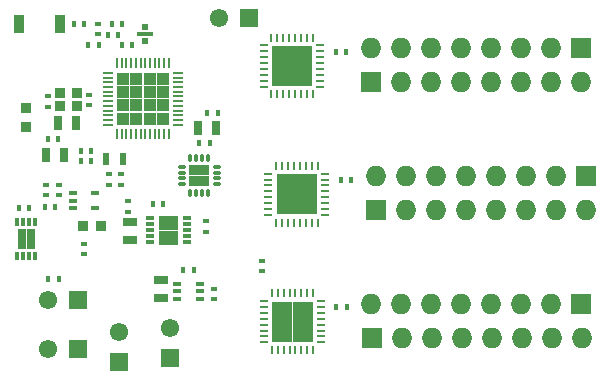
<source format=gts>
G04 #@! TF.FileFunction,Soldermask,Top*
%FSLAX46Y46*%
G04 Gerber Fmt 4.6, Leading zero omitted, Abs format (unit mm)*
G04 Created by KiCad (PCBNEW 4.0.6) date 06/26/18 11:49:26*
%MOMM*%
%LPD*%
G01*
G04 APERTURE LIST*
%ADD10C,0.150000*%
%ADD11R,0.629440X0.428780*%
%ADD12R,1.554000X1.554000*%
%ADD13C,1.554000*%
%ADD14R,1.730000X1.730000*%
%ADD15O,1.730000X1.730000*%
%ADD16R,0.428780X0.629440*%
%ADD17R,0.280000X0.730000*%
%ADD18R,0.730000X0.280000*%
%ADD19R,1.755000X1.755000*%
%ADD20R,0.680000X0.430000*%
%ADD21R,0.830000X0.830000*%
%ADD22R,0.630000X1.130000*%
%ADD23R,1.173000X0.665000*%
%ADD24R,0.730000X0.330000*%
%ADD25R,0.630000X0.630000*%
%ADD26R,0.665000X1.173000*%
%ADD27R,0.930000X0.830000*%
%ADD28R,0.830000X1.630000*%
%ADD29R,0.230000X0.830000*%
%ADD30R,0.830000X0.230000*%
%ADD31R,1.142500X1.142500*%
%ADD32R,0.680000X0.330000*%
%ADD33R,0.805000X1.270000*%
%ADD34O,0.330000X0.780000*%
%ADD35O,0.780000X0.330000*%
%ADD36R,0.930000X0.930000*%
%ADD37R,0.330000X0.780000*%
%ADD38R,0.755000X0.905000*%
G04 APERTURE END LIST*
D10*
D11*
X287870000Y-148599580D03*
X287870000Y-147700420D03*
D12*
X272310000Y-151070000D03*
D13*
X269770000Y-151070000D03*
D12*
X280070000Y-155920000D03*
D13*
X280070000Y-153380000D03*
D14*
X315300000Y-140550000D03*
D15*
X312760000Y-140550000D03*
X310220000Y-140550000D03*
X307680000Y-140550000D03*
X305140000Y-140550000D03*
X302600000Y-140550000D03*
X300060000Y-140550000D03*
X297520000Y-140550000D03*
D16*
X294540420Y-140870000D03*
X295439580Y-140870000D03*
D14*
X297540000Y-143440000D03*
D15*
X300080000Y-143440000D03*
X302620000Y-143440000D03*
X305160000Y-143440000D03*
X307700000Y-143440000D03*
X310240000Y-143440000D03*
X312780000Y-143440000D03*
X315320000Y-143440000D03*
D17*
X292580000Y-139680000D03*
X292080000Y-139680000D03*
X291580000Y-139680000D03*
X291080000Y-139680000D03*
X290580000Y-139680000D03*
X290080000Y-139680000D03*
X289580000Y-139680000D03*
X289080000Y-139680000D03*
D18*
X288430000Y-140330000D03*
X288430000Y-140830000D03*
X288430000Y-141330000D03*
X288430000Y-141830000D03*
X288430000Y-142330000D03*
X288430000Y-142830000D03*
X288430000Y-143330000D03*
X288430000Y-143830000D03*
D17*
X289080000Y-144480000D03*
X289580000Y-144480000D03*
X290080000Y-144480000D03*
X290580000Y-144480000D03*
X291080000Y-144480000D03*
X291580000Y-144480000D03*
X292080000Y-144480000D03*
X292580000Y-144480000D03*
D18*
X293230000Y-143830000D03*
X293230000Y-143330000D03*
X293230000Y-142830000D03*
X293230000Y-142330000D03*
X293230000Y-141830000D03*
X293230000Y-141330000D03*
X293230000Y-140830000D03*
X293230000Y-140330000D03*
D19*
X289967500Y-142942500D03*
X291692500Y-142942500D03*
X289967500Y-141217500D03*
X291692500Y-141217500D03*
D17*
X292210000Y-150470000D03*
X291710000Y-150470000D03*
X291210000Y-150470000D03*
X290710000Y-150470000D03*
X290210000Y-150470000D03*
X289710000Y-150470000D03*
X289210000Y-150470000D03*
X288710000Y-150470000D03*
D18*
X288060000Y-151120000D03*
X288060000Y-151620000D03*
X288060000Y-152120000D03*
X288060000Y-152620000D03*
X288060000Y-153120000D03*
X288060000Y-153620000D03*
X288060000Y-154120000D03*
X288060000Y-154620000D03*
D17*
X288710000Y-155270000D03*
X289210000Y-155270000D03*
X289710000Y-155270000D03*
X290210000Y-155270000D03*
X290710000Y-155270000D03*
X291210000Y-155270000D03*
X291710000Y-155270000D03*
X292210000Y-155270000D03*
D18*
X292860000Y-154620000D03*
X292860000Y-154120000D03*
X292860000Y-153620000D03*
X292860000Y-153120000D03*
X292860000Y-152620000D03*
X292860000Y-152120000D03*
X292860000Y-151620000D03*
X292860000Y-151120000D03*
D19*
X289597500Y-153732500D03*
X291322500Y-153732500D03*
X289597500Y-152007500D03*
X291322500Y-152007500D03*
D14*
X297170000Y-154230000D03*
D15*
X299710000Y-154230000D03*
X302250000Y-154230000D03*
X304790000Y-154230000D03*
X307330000Y-154230000D03*
X309870000Y-154230000D03*
X312410000Y-154230000D03*
X314950000Y-154230000D03*
D16*
X294170420Y-151660000D03*
X295069580Y-151660000D03*
D14*
X314930000Y-151340000D03*
D15*
X312390000Y-151340000D03*
X309850000Y-151340000D03*
X307310000Y-151340000D03*
X304770000Y-151340000D03*
X302230000Y-151340000D03*
X299690000Y-151340000D03*
X297150000Y-151340000D03*
D20*
X282590000Y-150960000D03*
X282590000Y-149660000D03*
X280690000Y-150310000D03*
X282590000Y-150310000D03*
X280690000Y-149660000D03*
X280690000Y-150960000D03*
D16*
X283449580Y-137720000D03*
X282550420Y-137720000D03*
X283240420Y-135170000D03*
X284139580Y-135170000D03*
D14*
X314880000Y-129690000D03*
D15*
X312340000Y-129690000D03*
X309800000Y-129690000D03*
X307260000Y-129690000D03*
X304720000Y-129690000D03*
X302180000Y-129690000D03*
X299640000Y-129690000D03*
X297100000Y-129690000D03*
D16*
X294120420Y-130010000D03*
X295019580Y-130010000D03*
D12*
X275750000Y-156260000D03*
D13*
X275750000Y-153720000D03*
D16*
X268169580Y-143270000D03*
X267270420Y-143270000D03*
D21*
X274285000Y-144800000D03*
X272685000Y-144800000D03*
D12*
X286770000Y-127175000D03*
D13*
X284230000Y-127175000D03*
D11*
X272840000Y-146255420D03*
X272840000Y-147154580D03*
D16*
X269790420Y-149260000D03*
X270689580Y-149260000D03*
D22*
X276075000Y-139125000D03*
X274675000Y-139125000D03*
D11*
X269575000Y-142169580D03*
X269575000Y-141270420D03*
D16*
X270374580Y-143170000D03*
X269475420Y-143170000D03*
D11*
X276530000Y-143539580D03*
X276530000Y-142640420D03*
X270675000Y-141270420D03*
X270675000Y-142169580D03*
D23*
X276690000Y-145992000D03*
X276690000Y-144468000D03*
D11*
X283140000Y-144380420D03*
X283140000Y-145279580D03*
D16*
X272525420Y-138375000D03*
X273424580Y-138375000D03*
D24*
X278326500Y-128500000D03*
D25*
X278000000Y-129112500D03*
X278000000Y-127887500D03*
D24*
X277637500Y-128500000D03*
D16*
X275729580Y-128620000D03*
X274830420Y-128620000D03*
X273150420Y-129450000D03*
X274049580Y-129450000D03*
D23*
X279290000Y-149338000D03*
X279290000Y-150862000D03*
D16*
X281210420Y-148510000D03*
X282109580Y-148510000D03*
D11*
X283830000Y-150969580D03*
X283830000Y-150070420D03*
D16*
X278610420Y-142930000D03*
X279509580Y-142930000D03*
D21*
X267925000Y-136400000D03*
X267925000Y-134800000D03*
D12*
X272310000Y-155160000D03*
D13*
X269770000Y-155160000D03*
D26*
X271117000Y-138780000D03*
X269593000Y-138780000D03*
D27*
X270800000Y-133500000D03*
X272200000Y-133500000D03*
X270800000Y-134600000D03*
X272200000Y-134600000D03*
D11*
X274890000Y-140390420D03*
X274890000Y-141289580D03*
D16*
X273424580Y-139275000D03*
X272525420Y-139275000D03*
D11*
X269800000Y-133750420D03*
X269800000Y-134649580D03*
X273200000Y-134549580D03*
X273200000Y-133650420D03*
D16*
X276899580Y-129450000D03*
X276000420Y-129450000D03*
D11*
X275910000Y-140390420D03*
X275910000Y-141289580D03*
D28*
X270745000Y-127673000D03*
X267345000Y-127673000D03*
D16*
X272849580Y-127700000D03*
X271950420Y-127700000D03*
D11*
X274000000Y-127650420D03*
X274000000Y-128549580D03*
D16*
X276049580Y-127700000D03*
X275150420Y-127700000D03*
X269730420Y-137380000D03*
X270629580Y-137380000D03*
D26*
X272142000Y-136055000D03*
X270618000Y-136055000D03*
X282428000Y-136430000D03*
X283952000Y-136430000D03*
D29*
X275600000Y-137000000D03*
X276000000Y-137000000D03*
X276400000Y-137000000D03*
X276800000Y-137000000D03*
X277200000Y-137000000D03*
X277600000Y-137000000D03*
X278000000Y-137000000D03*
X278400000Y-137000000D03*
X278800000Y-137000000D03*
X279200000Y-137000000D03*
X279600000Y-137000000D03*
X280000000Y-137000000D03*
D30*
X280800000Y-136200000D03*
X280800000Y-135800000D03*
X280800000Y-135400000D03*
X280800000Y-135000000D03*
X280800000Y-134600000D03*
X280800000Y-134200000D03*
X280800000Y-133800000D03*
X280800000Y-133400000D03*
X280800000Y-133000000D03*
X280800000Y-132600000D03*
X280800000Y-132200000D03*
X280800000Y-131800000D03*
D29*
X280000000Y-131000000D03*
X279600000Y-131000000D03*
X279200000Y-131000000D03*
X278800000Y-131000000D03*
X278400000Y-131000000D03*
X278000000Y-131000000D03*
X277600000Y-131000000D03*
X277200000Y-131000000D03*
X276800000Y-131000000D03*
X276400000Y-131000000D03*
X276000000Y-131000000D03*
X275600000Y-131000000D03*
D30*
X274800000Y-131800000D03*
X274800000Y-132200000D03*
X274800000Y-132600000D03*
X274800000Y-133000000D03*
X274800000Y-133400000D03*
X274800000Y-133800000D03*
X274800000Y-134200000D03*
X274800000Y-134600000D03*
X274800000Y-135000000D03*
X274800000Y-135400000D03*
X274800000Y-135800000D03*
X274800000Y-136200000D03*
D31*
X279468750Y-132331250D03*
X278356250Y-132331250D03*
X277243750Y-132331250D03*
X276131250Y-132331250D03*
X279468750Y-133443750D03*
X278356250Y-133443750D03*
X277243750Y-133443750D03*
X276131250Y-133443750D03*
X279468750Y-134556250D03*
X278356250Y-134556250D03*
X277243750Y-134556250D03*
X276131250Y-134556250D03*
X279468750Y-135668750D03*
X278356250Y-135668750D03*
X277243750Y-135668750D03*
X276131250Y-135668750D03*
D32*
X278410000Y-144120000D03*
X278410000Y-144620000D03*
X278410000Y-145120000D03*
X278410000Y-145620000D03*
X278410000Y-146120000D03*
X281510000Y-146120000D03*
X281510000Y-145620000D03*
X281510000Y-145120000D03*
X281510000Y-144620000D03*
X281510000Y-144120000D03*
D33*
X280347500Y-145740000D03*
X280347500Y-144500000D03*
X279572500Y-145740000D03*
X279572500Y-144500000D03*
D20*
X271850000Y-141970000D03*
X271850000Y-143270000D03*
X271850000Y-142620000D03*
X273750000Y-143270000D03*
X273750000Y-141970000D03*
D14*
X297120000Y-132580000D03*
D15*
X299660000Y-132580000D03*
X302200000Y-132580000D03*
X304740000Y-132580000D03*
X307280000Y-132580000D03*
X309820000Y-132580000D03*
X312360000Y-132580000D03*
X314900000Y-132580000D03*
D17*
X292160000Y-128820000D03*
X291660000Y-128820000D03*
X291160000Y-128820000D03*
X290660000Y-128820000D03*
X290160000Y-128820000D03*
X289660000Y-128820000D03*
X289160000Y-128820000D03*
X288660000Y-128820000D03*
D18*
X288010000Y-129470000D03*
X288010000Y-129970000D03*
X288010000Y-130470000D03*
X288010000Y-130970000D03*
X288010000Y-131470000D03*
X288010000Y-131970000D03*
X288010000Y-132470000D03*
X288010000Y-132970000D03*
D17*
X288660000Y-133620000D03*
X289160000Y-133620000D03*
X289660000Y-133620000D03*
X290160000Y-133620000D03*
X290660000Y-133620000D03*
X291160000Y-133620000D03*
X291660000Y-133620000D03*
X292160000Y-133620000D03*
D18*
X292810000Y-132970000D03*
X292810000Y-132470000D03*
X292810000Y-131970000D03*
X292810000Y-131470000D03*
X292810000Y-130970000D03*
X292810000Y-130470000D03*
X292810000Y-129970000D03*
X292810000Y-129470000D03*
D19*
X289547500Y-132082500D03*
X291272500Y-132082500D03*
X289547500Y-130357500D03*
X291272500Y-130357500D03*
D34*
X281810000Y-141965000D03*
X282310000Y-141965000D03*
X282810000Y-141965000D03*
X283310000Y-141965000D03*
D35*
X284035000Y-141240000D03*
X284035000Y-140740000D03*
X284035000Y-140240000D03*
X284035000Y-139740000D03*
D34*
X283310000Y-139015000D03*
X282810000Y-139015000D03*
X282310000Y-139015000D03*
X281810000Y-139015000D03*
D35*
X281085000Y-139740000D03*
X281085000Y-140240000D03*
X281085000Y-140740000D03*
X281085000Y-141240000D03*
D36*
X283010000Y-140040000D03*
X282110000Y-140040000D03*
X283010000Y-140940000D03*
X282110000Y-140940000D03*
D37*
X267170000Y-147330000D03*
X267670000Y-147330000D03*
X268170000Y-147330000D03*
X268670000Y-147330000D03*
X268670000Y-144430000D03*
X268170000Y-144430000D03*
X267670000Y-144430000D03*
X267170000Y-144430000D03*
D38*
X268282500Y-145442500D03*
X267557500Y-145442500D03*
X268282500Y-146317500D03*
X267557500Y-146317500D03*
M02*

</source>
